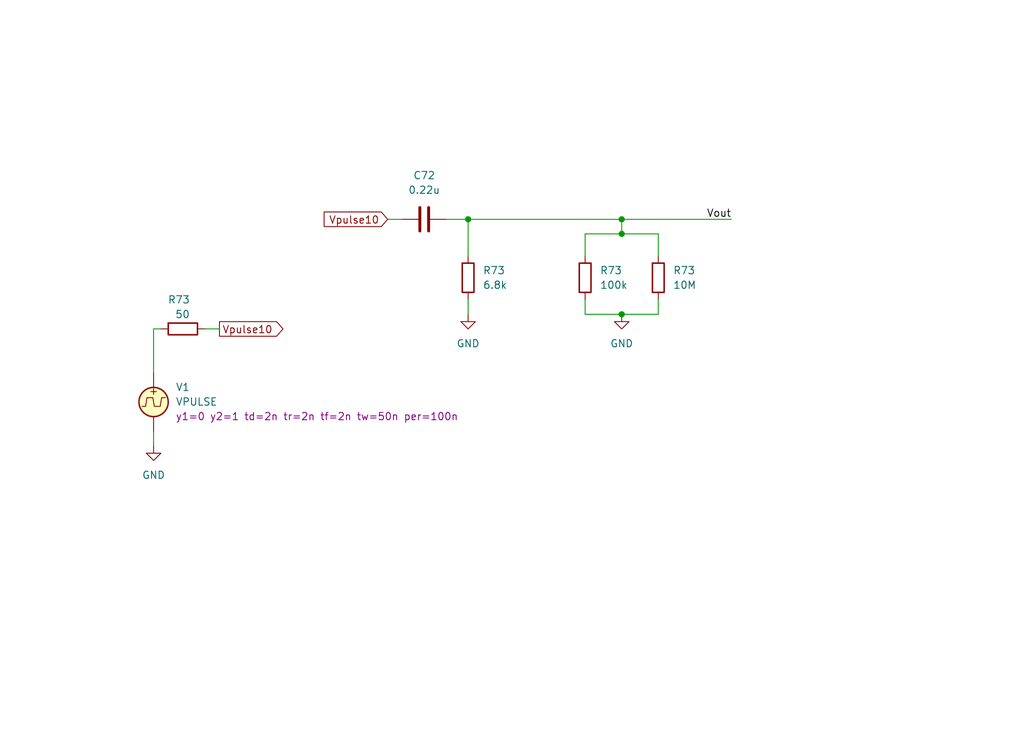
<source format=kicad_sch>
(kicad_sch (version 20230121) (generator eeschema)
  (paper "User" 177.8 127)
  (title_block (title "Single-Stage Integrator") (rev "0") (company "Jim Horwitz & Mark Vaughn, Jork Incorporated"))
  (lib_symbols
    (symbol "Device:C" (pin_numbers hide) (pin_names (offset 0.254))
      (property "Reference" "C" (at 0.635 2.54 0))
      (property "Value" "C" (at 0.635 -2.54 0))
      (symbol "C_0_1"
        (polyline (pts (xy -2.032 -0.762) (xy 2.032 -0.762)) (stroke (width 0.508)))
        (polyline (pts (xy -2.032 0.762) (xy 2.032 0.762)) (stroke (width 0.508)))
      )
      (symbol "C_1_1"
        (pin passive line (at 0 3.81 270) (length 2.794) (name "~") (number "1"))
        (pin passive line (at 0 -3.81 90) (length 2.794) (name "~") (number "2"))
      )
    )
    (symbol "Device:R" (pin_numbers hide) (pin_names (offset 0))
      (property "Reference" "R" (at 2.032 0 90))
      (property "Value" "R" (at 0 0 90))
      (symbol "R_0_1"
        (rectangle (start -1.016 -2.54) (end 1.016 2.54) (stroke (width 0.254)))
      )
      (symbol "R_1_1"
        (pin passive line (at 0 3.81 270) (length 1.27) (name "~") (number "1"))
        (pin passive line (at 0 -3.81 90) (length 1.27) (name "~") (number "2"))
      )
    )
    (symbol "Simulation_SPICE:VPULSE" (pin_numbers hide) (pin_names (offset 0.0254))
      (property "Reference" "V" (at 2.54 2.54 0))
      (property "Value" "VPULSE" (at 2.54 0 0))
      (property "Sim.Params" "y1=0 y2=1 td=2n tr=2n tf=2n tw=50n per=100n" (at 2.54 -2.54 0))
      (symbol "VPULSE_0_0"
        (polyline (pts (xy -2.032 -0.762) (xy -1.397 -0.762) (xy -1.143 0.762) (xy -0.127 0.762) (xy 0.127 -0.762) (xy 1.143 -0.762) (xy 1.397 0.762) (xy 2.032 0.762)))
        (text "+" (at 0 1.905 0) (effects (font (size 1.27 1.27))))
      )
      (symbol "VPULSE_0_1"
        (circle (center 0 0) (radius 2.54) (stroke (width 0.254)) (fill (type background)))
      )
      (symbol "VPULSE_1_1"
        (pin passive line (at 0 5.08 270) (length 2.54) (name "~") (number "1"))
        (pin passive line (at 0 -5.08 90) (length 2.54) (name "~") (number "2"))
      )
    )
    (symbol "power:GND" (power) (pin_names (offset 0))
      (property "Value" "GND" (at 0 -3.81 0))
      (symbol "GND_0_1"
        (polyline (pts (xy 0 0) (xy 0 -1.27) (xy 1.27 -1.27) (xy 0 -2.54) (xy -1.27 -1.27) (xy 0 -1.27)))
      )
      (symbol "GND_1_1"
        (pin power_in line (at 0 0 270) (length 0) hide (name "GND") (number "1"))
      )
    )
  )
  (junction (at 107.95 54.61))
  (junction (at 107.95 40.64))
  (junction (at 81.28 38.1))
  (junction (at 107.95 38.1))
  (wire (pts (xy 107.95 40.64) (xy 114.3 40.64)))
  (wire (pts (xy 101.6 54.61) (xy 107.95 54.61)))
  (wire (pts (xy 107.95 38.1) (xy 127 38.1)))
  (wire (pts (xy 107.95 38.1) (xy 107.95 40.64)))
  (wire (pts (xy 26.67 74.93) (xy 26.67 77.47)))
  (wire (pts (xy 101.6 44.45) (xy 101.6 40.64)))
  (wire (pts (xy 77.47 38.1) (xy 81.28 38.1)))
  (wire (pts (xy 81.28 38.1) (xy 107.95 38.1)))
  (wire (pts (xy 69.85 38.1) (xy 67.31 38.1)))
  (wire (pts (xy 114.3 54.61) (xy 114.3 52.07)))
  (wire (pts (xy 35.56 57.15) (xy 38.1 57.15)))
  (wire (pts (xy 101.6 52.07) (xy 101.6 54.61)))
  (wire (pts (xy 26.67 57.15) (xy 26.67 64.77)))
  (wire (pts (xy 81.28 38.1) (xy 81.28 44.45)))
  (wire (pts (xy 114.3 40.64) (xy 114.3 44.45)))
  (wire (pts (xy 81.28 52.07) (xy 81.28 54.61)))
  (wire (pts (xy 107.95 54.61) (xy 114.3 54.61)))
  (wire (pts (xy 27.94 57.15) (xy 26.67 57.15)))
  (wire (pts (xy 101.6 40.64) (xy 107.95 40.64)))
  (label "Vout" (at 127 38.1 180))
  (global_label "Vpulse10" (shape output) (at 38.1 57.15 0) (property "Intersheetrefs" "${INTERSHEET_REFS}" (effects hide)))
  (global_label "Vpulse10" (shape input) (at 67.31 38.1 180) (property "Intersheetrefs" "${INTERSHEET_REFS}" (effects hide)))
  (symbol (lib_id "power:GND") (at 81.28 54.61 0) (unit 1)
    (property "Reference" "#PWR08" (effects hide))
    (property "Value" "GND" (at 81.28 59.69 0))
    (instances (project "Lab01" (path "" (reference "#PWR08") (unit 1)) (path "" (reference "#PWR013") (unit 1))))
  )
  (symbol (lib_id "Device:R") (at 101.6 48.26 180) (unit 1)
    (property "Reference" "R73" (at 104.14 46.99 0) (effects (justify right)))
    (property "Value" "100k" (at 104.14 49.53 0) (effects (justify right)))
    (instances (project "Lab01" (path "" (reference "R73") (unit 1)) (path "" (reference "R102") (unit 1))))
  )
  (symbol (lib_id "power:GND") (at 26.67 77.47 0) (unit 1)
    (property "Reference" "#PWR08" (effects hide))
    (property "Value" "GND" (at 26.67 82.55 0))
    (instances (project "Lab01" (path "" (reference "#PWR08") (unit 1)) (path "" (reference "#PWR014") (unit 1))))
  )
  (symbol (lib_id "Device:R") (at 81.28 48.26 180) (unit 1)
    (property "Reference" "R73" (at 83.82 46.99 0) (effects (justify right)))
    (property "Value" "6.8k" (at 83.82 49.53 0) (effects (justify right)))
    (instances (project "Lab01" (path "" (reference "R73") (unit 1)) (path "" (reference "R101") (unit 1))))
  )
  (symbol (lib_id "Device:C") (at 73.66 38.1 90) (unit 1)
    (property "Reference" "C72" (at 73.66 30.48 90))
    (property "Value" "0.22u" (at 73.66 33.02 90))
    (instances (project "Lab01" (path "" (reference "C72") (unit 1)) (path "" (reference "C101") (unit 1))))
  )
  (symbol (lib_id "Device:R") (at 114.3 48.26 180) (unit 1)
    (property "Reference" "R73" (at 116.84 46.99 0) (effects (justify right)))
    (property "Value" "10M" (at 116.84 49.53 0) (effects (justify right)))
    (instances (project "Lab01" (path "" (reference "R73") (unit 1)) (path "" (reference "R103") (unit 1))))
  )
  (symbol (lib_id "Simulation_SPICE:VPULSE") (at 26.67 69.85 0) (unit 1)
    (property "Reference" "V1" (at 30.48 67.2742 0) (effects (justify left)))
    (property "Value" "VPULSE" (at 30.48 69.8142 0) (effects (justify left)))
    (property "Sim.Pins" "1=+ 2=-" (effects hide))
    (property "Sim.Type" "PULSE" (effects hide))
    (property "Sim.Device" "V" (effects hide))
    (property "Sim.Params" "y1=0 y2=1 td=2n tr=2n tf=2n tw=50n per=100n" (at 30.48 72.3542 0) (effects (justify left)))
  )
  (symbol (lib_id "Device:R") (at 31.75 57.15 270) (unit 1)
    (property "Reference" "R73" (at 33.02 52.07 90) (effects (justify right)))
    (property "Value" "50" (at 33.02 54.61 90) (effects (justify right)))
    (instances (project "Lab01" (path "" (reference "R73") (unit 1)) (path "" (reference "R3") (unit 1))))
  )
  (symbol (lib_id "power:GND") (at 107.95 54.61 0) (unit 1)
    (property "Reference" "#PWR08" (effects hide))
    (property "Value" "GND" (at 107.95 59.69 0))
    (instances (project "Lab01" (path "" (reference "#PWR08") (unit 1)) (path "" (reference "#PWR015") (unit 1))))
  )
)
</source>
